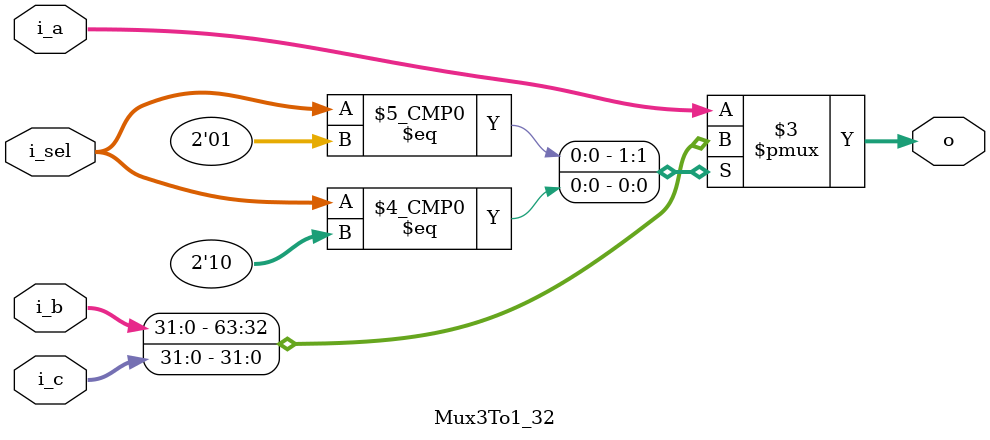
<source format=v>
/*
Assignment 7
Problem no:5 
Semester: 5th
Group: 28
Members: 
Aryan Singh (19CS30007)
Abhinandan De (19CS10069)
*/
`ifndef _MUX3TO1_32_
`define _MUX3TO1_32_
// make a 3 : 1 mux
module Mux3To1_32 (
        input[31:0] i_a,
        input[31:0] i_b,
        input[31:0] i_c,
        input[1:0] i_sel,
        output reg[31:0] o
    );

    
    always @(*) begin
        case (i_sel)
            0: o = i_a; 
            1: o = i_b; 
            2: o = i_c; 
            default: o = i_a;   // anything else
        endcase
    end
endmodule 
`endif // _MUX3TO1_32_
</source>
